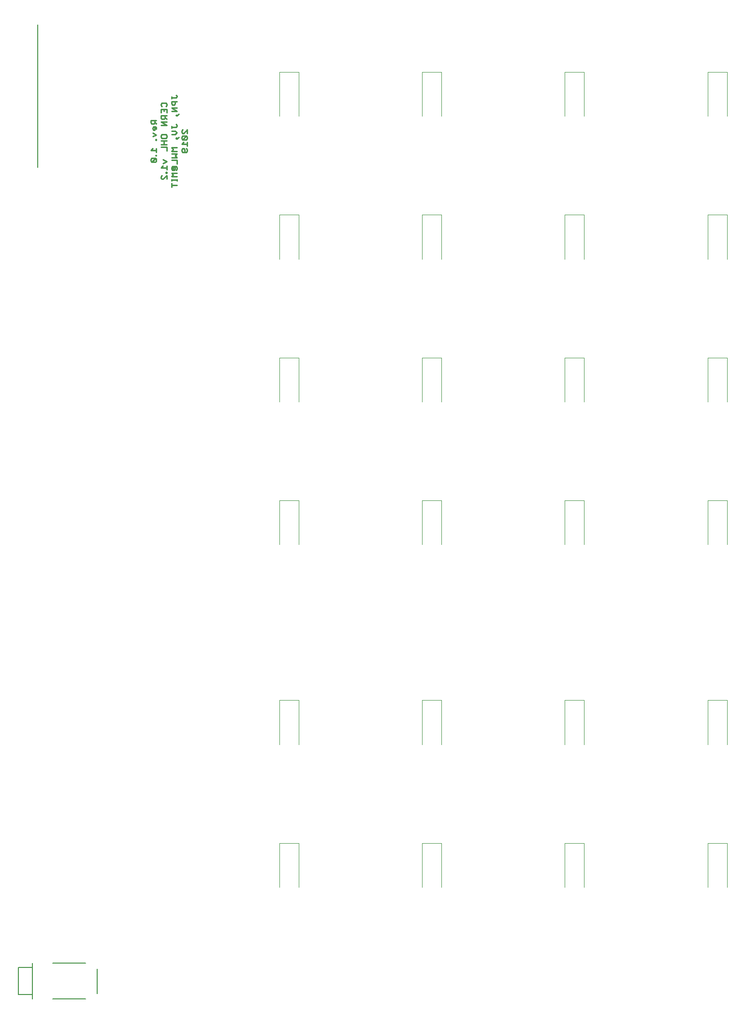
<source format=gbo>
G75*
%MOIN*%
%OFA0B0*%
%FSLAX25Y25*%
%IPPOS*%
%LPD*%
%AMOC8*
5,1,8,0,0,1.08239X$1,22.5*
%
%ADD10C,0.01000*%
%ADD11C,0.00500*%
%ADD12C,0.00472*%
%ADD13C,0.00800*%
D10*
X0117351Y0627719D02*
X0117351Y0630204D01*
X0117351Y0628962D02*
X0121079Y0628962D01*
X0121079Y0631862D02*
X0121079Y0633104D01*
X0121079Y0632483D02*
X0117351Y0632483D01*
X0117351Y0633104D02*
X0117351Y0631862D01*
X0117351Y0634969D02*
X0121079Y0634969D01*
X0121079Y0637455D02*
X0117351Y0637455D01*
X0118594Y0636212D01*
X0117351Y0634969D01*
X0113992Y0635642D02*
X0111507Y0633157D01*
X0110886Y0633157D01*
X0110265Y0633778D01*
X0110265Y0635021D01*
X0110886Y0635642D01*
X0113371Y0637196D02*
X0113992Y0637196D01*
X0113992Y0637817D01*
X0113371Y0637817D01*
X0113371Y0637196D01*
X0113992Y0635642D02*
X0113992Y0633157D01*
X0113992Y0639682D02*
X0113992Y0642167D01*
X0113992Y0640925D02*
X0110265Y0640925D01*
X0111507Y0642167D01*
X0111507Y0644032D02*
X0113992Y0645275D01*
X0111507Y0646517D01*
X0106906Y0646984D02*
X0106284Y0647605D01*
X0103799Y0645120D01*
X0106284Y0645120D01*
X0106906Y0645741D01*
X0106906Y0646984D01*
X0106284Y0647605D02*
X0103799Y0647605D01*
X0103178Y0646984D01*
X0103178Y0645741D01*
X0103799Y0645120D01*
X0106284Y0649159D02*
X0106906Y0649159D01*
X0106906Y0649780D01*
X0106284Y0649780D01*
X0106284Y0649159D01*
X0106906Y0651645D02*
X0106906Y0654130D01*
X0106906Y0652888D02*
X0103178Y0652888D01*
X0104420Y0654130D01*
X0110265Y0655218D02*
X0113992Y0655218D01*
X0113992Y0652733D01*
X0117351Y0652370D02*
X0121079Y0652370D01*
X0121079Y0650505D02*
X0119836Y0649263D01*
X0121079Y0648020D01*
X0117351Y0648020D01*
X0117351Y0646155D02*
X0121079Y0646155D01*
X0121079Y0643670D01*
X0120457Y0641805D02*
X0121079Y0641183D01*
X0121079Y0639941D01*
X0120457Y0639320D01*
X0119836Y0639941D02*
X0118594Y0639941D01*
X0118594Y0641183D01*
X0119836Y0641183D01*
X0119836Y0639941D01*
X0119215Y0639320D01*
X0117972Y0639320D01*
X0117351Y0639941D01*
X0117351Y0641183D01*
X0117972Y0641805D01*
X0120457Y0641805D01*
X0121079Y0650505D02*
X0117351Y0650505D01*
X0117351Y0652370D02*
X0118594Y0653613D01*
X0117351Y0654855D01*
X0121079Y0654855D01*
X0124438Y0653509D02*
X0125059Y0654130D01*
X0125680Y0654130D01*
X0126302Y0653509D01*
X0126302Y0651645D01*
X0127544Y0651645D02*
X0125059Y0651645D01*
X0124438Y0652266D01*
X0124438Y0653509D01*
X0127544Y0654130D02*
X0128165Y0653509D01*
X0128165Y0652266D01*
X0127544Y0651645D01*
X0128165Y0655995D02*
X0128165Y0658480D01*
X0128165Y0657238D02*
X0124438Y0657238D01*
X0125680Y0658480D01*
X0125059Y0660345D02*
X0127544Y0662830D01*
X0128165Y0662209D01*
X0128165Y0660967D01*
X0127544Y0660345D01*
X0125059Y0660345D01*
X0124438Y0660967D01*
X0124438Y0662209D01*
X0125059Y0662830D01*
X0127544Y0662830D01*
X0128165Y0664696D02*
X0128165Y0667181D01*
X0125680Y0664696D01*
X0125059Y0664696D01*
X0124438Y0665317D01*
X0124438Y0666559D01*
X0125059Y0667181D01*
X0121079Y0665213D02*
X0119836Y0663971D01*
X0117351Y0663971D01*
X0117351Y0666456D02*
X0119836Y0666456D01*
X0121079Y0665213D01*
X0122321Y0662105D02*
X0121079Y0660863D01*
X0121079Y0661484D01*
X0120457Y0661484D01*
X0120457Y0660863D01*
X0121079Y0660863D01*
X0120457Y0668942D02*
X0117351Y0668942D01*
X0117351Y0669563D02*
X0117351Y0668321D01*
X0120457Y0668942D02*
X0121079Y0669563D01*
X0121079Y0670185D01*
X0120457Y0670806D01*
X0120457Y0676814D02*
X0120457Y0677435D01*
X0121079Y0677435D01*
X0121079Y0676814D01*
X0120457Y0676814D01*
X0121079Y0676814D02*
X0122321Y0678056D01*
X0121079Y0679921D02*
X0117351Y0679921D01*
X0117351Y0682406D02*
X0121079Y0679921D01*
X0121079Y0682406D02*
X0117351Y0682406D01*
X0117972Y0684271D02*
X0119215Y0684271D01*
X0119836Y0684893D01*
X0119836Y0686756D01*
X0121079Y0686756D02*
X0117351Y0686756D01*
X0117351Y0684893D01*
X0117972Y0684271D01*
X0113992Y0683805D02*
X0113371Y0683184D01*
X0113992Y0683805D02*
X0113992Y0685048D01*
X0113371Y0685669D01*
X0110886Y0685669D01*
X0110265Y0685048D01*
X0110265Y0683805D01*
X0110886Y0683184D01*
X0110265Y0681319D02*
X0113992Y0681319D01*
X0113992Y0678834D01*
X0113992Y0676969D02*
X0110265Y0676969D01*
X0110265Y0675105D01*
X0110886Y0674484D01*
X0112128Y0674484D01*
X0112750Y0675105D01*
X0112750Y0676969D01*
X0112750Y0675726D02*
X0113992Y0674484D01*
X0113992Y0672618D02*
X0110265Y0672618D01*
X0113992Y0670133D01*
X0110265Y0670133D01*
X0106906Y0671221D02*
X0105663Y0672463D01*
X0105663Y0671842D02*
X0105663Y0673706D01*
X0106906Y0673706D02*
X0103178Y0673706D01*
X0103178Y0671842D01*
X0103799Y0671221D01*
X0105042Y0671221D01*
X0105663Y0671842D01*
X0105663Y0669356D02*
X0105663Y0666871D01*
X0105042Y0666871D01*
X0104420Y0667492D01*
X0104420Y0668734D01*
X0105042Y0669356D01*
X0106284Y0669356D01*
X0106906Y0668734D01*
X0106906Y0667492D01*
X0104420Y0665006D02*
X0106906Y0663763D01*
X0104420Y0662521D01*
X0106284Y0660655D02*
X0106284Y0660034D01*
X0106906Y0660034D01*
X0106906Y0660655D01*
X0106284Y0660655D01*
X0110265Y0659568D02*
X0113992Y0659568D01*
X0112128Y0659568D02*
X0112128Y0657083D01*
X0110265Y0657083D02*
X0113992Y0657083D01*
X0113371Y0661433D02*
X0110886Y0661433D01*
X0110265Y0662054D01*
X0110265Y0663297D01*
X0110886Y0663918D01*
X0113371Y0663918D01*
X0113992Y0663297D01*
X0113992Y0662054D01*
X0113371Y0661433D01*
X0110265Y0678834D02*
X0110265Y0681319D01*
X0112128Y0681319D02*
X0112128Y0680076D01*
X0117351Y0688622D02*
X0117351Y0689864D01*
X0117351Y0689243D02*
X0120457Y0689243D01*
X0121079Y0689864D01*
X0121079Y0690485D01*
X0120457Y0691107D01*
D11*
X0025122Y0739689D02*
X0025122Y0641264D01*
D12*
X0191701Y0608504D02*
X0191701Y0578075D01*
X0205000Y0578075D02*
X0205000Y0608504D01*
X0191701Y0608504D01*
X0191701Y0676500D02*
X0191701Y0706929D01*
X0205000Y0706929D01*
X0205000Y0676500D01*
X0290126Y0676500D02*
X0290126Y0706929D01*
X0303425Y0706929D01*
X0303425Y0676500D01*
X0303425Y0608504D02*
X0290126Y0608504D01*
X0290126Y0578075D01*
X0303425Y0578075D02*
X0303425Y0608504D01*
X0303425Y0510079D02*
X0290126Y0510079D01*
X0290126Y0479650D01*
X0303425Y0479650D02*
X0303425Y0510079D01*
X0303425Y0411654D02*
X0290126Y0411654D01*
X0290126Y0381224D01*
X0303425Y0381224D02*
X0303425Y0411654D01*
X0388551Y0411654D02*
X0388551Y0381224D01*
X0401850Y0381224D02*
X0401850Y0411654D01*
X0388551Y0411654D01*
X0388551Y0479650D02*
X0388551Y0510079D01*
X0401850Y0510079D01*
X0401850Y0479650D01*
X0401850Y0578075D02*
X0401850Y0608504D01*
X0388551Y0608504D01*
X0388551Y0578075D01*
X0388551Y0676500D02*
X0388551Y0706929D01*
X0401850Y0706929D01*
X0401850Y0676500D01*
X0486976Y0676500D02*
X0486976Y0706929D01*
X0500276Y0706929D01*
X0500276Y0676500D01*
X0500276Y0608504D02*
X0486976Y0608504D01*
X0486976Y0578075D01*
X0500276Y0578075D02*
X0500276Y0608504D01*
X0500276Y0510079D02*
X0486976Y0510079D01*
X0486976Y0479650D01*
X0500276Y0479650D02*
X0500276Y0510079D01*
X0500276Y0411654D02*
X0486976Y0411654D01*
X0486976Y0381224D01*
X0500276Y0381224D02*
X0500276Y0411654D01*
X0500276Y0273858D02*
X0486976Y0273858D01*
X0486976Y0243429D01*
X0500276Y0243429D02*
X0500276Y0273858D01*
X0500276Y0175433D02*
X0486976Y0175433D01*
X0486976Y0145004D01*
X0500276Y0145004D02*
X0500276Y0175433D01*
X0401850Y0175433D02*
X0401850Y0145004D01*
X0388551Y0145004D02*
X0388551Y0175433D01*
X0401850Y0175433D01*
X0401850Y0243429D02*
X0401850Y0273858D01*
X0388551Y0273858D01*
X0388551Y0243429D01*
X0303425Y0243429D02*
X0303425Y0273858D01*
X0290126Y0273858D01*
X0290126Y0243429D01*
X0290126Y0175433D02*
X0303425Y0175433D01*
X0303425Y0145004D01*
X0290126Y0145004D02*
X0290126Y0175433D01*
X0205000Y0175433D02*
X0205000Y0145004D01*
X0191701Y0145004D02*
X0191701Y0175433D01*
X0205000Y0175433D01*
X0205000Y0243429D02*
X0205000Y0273858D01*
X0191701Y0273858D01*
X0191701Y0243429D01*
X0191701Y0381224D02*
X0191701Y0411654D01*
X0205000Y0411654D01*
X0205000Y0381224D01*
X0205000Y0479650D02*
X0205000Y0510079D01*
X0191701Y0510079D01*
X0191701Y0479650D01*
D13*
X0021579Y0092642D02*
X0021579Y0067839D01*
X0021185Y0070791D02*
X0011736Y0070791D01*
X0011736Y0089689D01*
X0021185Y0089689D01*
X0035358Y0092642D02*
X0058193Y0092642D01*
X0066067Y0088705D02*
X0066067Y0071776D01*
X0058193Y0067839D02*
X0035358Y0067839D01*
M02*

</source>
